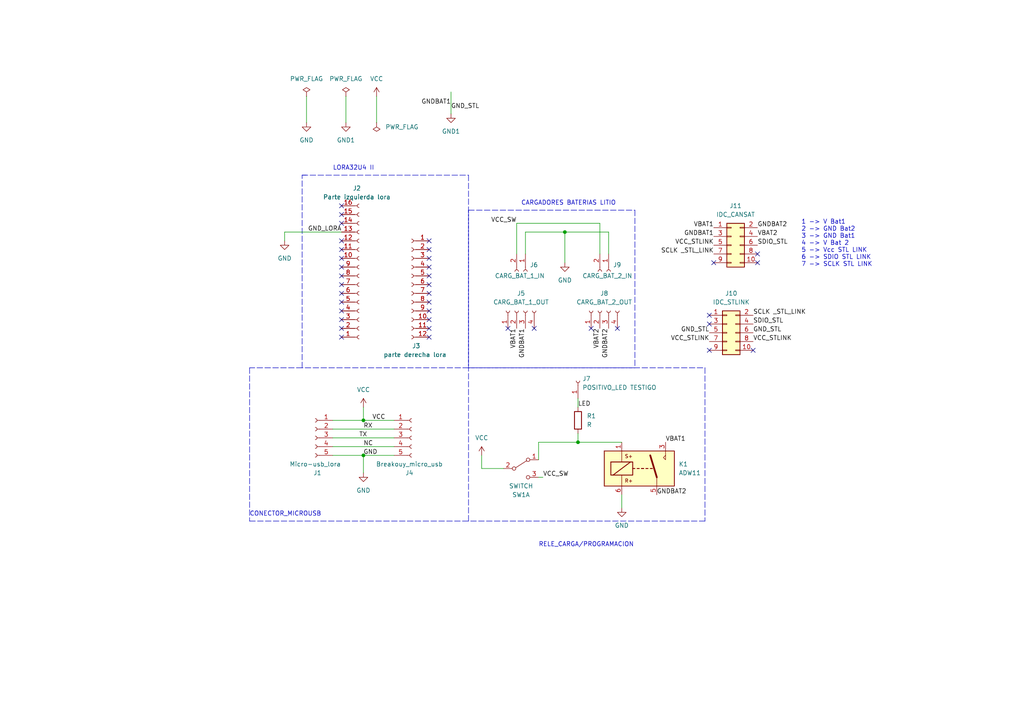
<source format=kicad_sch>
(kicad_sch (version 20211123) (generator eeschema)
  (paper "A4")
  (lib_symbols
    (symbol "Connector:Conn_01x01_Female" (pin_names (offset 1.016) hide)
      (property "Reference" "J" (at 0 2.54 0))
      (property "Value" "Conn_01x01_Female" (at 0 -2.54 0))
      (symbol "Conn_01x01_Female_1_1"
        (polyline (pts (xy -1.27 0) (xy -0.508 0)) (stroke (width 0.1524)))
        (arc (start 0 0.508) (mid -0.508 0) (end 0 -0.508) (stroke (width 0.1524)))
        (pin passive line (at -5.08 0 0) (length 3.81) (name "Pin_1") (number "1"))
      )
    )
    (symbol "Connector:Conn_01x02_Female" (pin_names (offset 1.016) hide)
      (property "Reference" "J" (at 0 2.54 0))
      (property "Value" "Conn_01x02_Female" (at 0 -5.08 0))
      (symbol "Conn_01x02_Female_1_1"
        (arc (start 0 -2.032) (mid -0.508 -2.54) (end 0 -3.048) (stroke (width 0.1524)))
        (polyline (pts (xy -1.27 -2.54) (xy -0.508 -2.54)) (stroke (width 0.1524)))
        (polyline (pts (xy -1.27 0) (xy -0.508 0)) (stroke (width 0.1524)))
        (arc (start 0 0.508) (mid -0.508 0) (end 0 -0.508) (stroke (width 0.1524)))
        (pin passive line (at -5.08 0 0) (length 3.81) (name "Pin_1") (number "1"))
        (pin passive line (at -5.08 -2.54 0) (length 3.81) (name "Pin_2") (number "2"))
      )
    )
    (symbol "Connector:Conn_01x04_Female" (pin_names (offset 1.016) hide)
      (property "Reference" "J" (at 0 5.08 0))
      (property "Value" "Conn_01x04_Female" (at 0 -7.62 0))
      (symbol "Conn_01x04_Female_1_1"
        (arc (start 0 -4.572) (mid -0.508 -5.08) (end 0 -5.588) (stroke (width 0.1524)))
        (arc (start 0 -2.032) (mid -0.508 -2.54) (end 0 -3.048) (stroke (width 0.1524)))
        (polyline (pts (xy -1.27 -5.08) (xy -0.508 -5.08)) (stroke (width 0.1524)))
        (polyline (pts (xy -1.27 -2.54) (xy -0.508 -2.54)) (stroke (width 0.1524)))
        (polyline (pts (xy -1.27 0) (xy -0.508 0)) (stroke (width 0.1524)))
        (polyline (pts (xy -1.27 2.54) (xy -0.508 2.54)) (stroke (width 0.1524)))
        (arc (start 0 0.508) (mid -0.508 0) (end 0 -0.508) (stroke (width 0.1524)))
        (arc (start 0 3.048) (mid -0.508 2.54) (end 0 2.032) (stroke (width 0.1524)))
        (pin passive line (at -5.08 2.54 0) (length 3.81) (name "Pin_1") (number "1"))
        (pin passive line (at -5.08 0 0) (length 3.81) (name "Pin_2") (number "2"))
        (pin passive line (at -5.08 -2.54 0) (length 3.81) (name "Pin_3") (number "3"))
        (pin passive line (at -5.08 -5.08 0) (length 3.81) (name "Pin_4") (number "4"))
      )
    )
    (symbol "Connector:Conn_01x05_Female" (pin_names (offset 1.016) hide)
      (property "Reference" "J" (at 0 7.62 0))
      (property "Value" "Conn_01x05_Female" (at 0 -7.62 0))
      (symbol "Conn_01x05_Female_1_1"
        (arc (start 0 -4.572) (mid -0.508 -5.08) (end 0 -5.588) (stroke (width 0.1524)))
        (arc (start 0 -2.032) (mid -0.508 -2.54) (end 0 -3.048) (stroke (width 0.1524)))
        (polyline (pts (xy -1.27 -5.08) (xy -0.508 -5.08)) (stroke (width 0.1524)))
        (polyline (pts (xy -1.27 -2.54) (xy -0.508 -2.54)) (stroke (width 0.1524)))
        (polyline (pts (xy -1.27 0) (xy -0.508 0)) (stroke (width 0.1524)))
        (polyline (pts (xy -1.27 2.54) (xy -0.508 2.54)) (stroke (width 0.1524)))
        (polyline (pts (xy -1.27 5.08) (xy -0.508 5.08)) (stroke (width 0.1524)))
        (arc (start 0 0.508) (mid -0.508 0) (end 0 -0.508) (stroke (width 0.1524)))
        (arc (start 0 3.048) (mid -0.508 2.54) (end 0 2.032) (stroke (width 0.1524)))
        (arc (start 0 5.588) (mid -0.508 5.08) (end 0 4.572) (stroke (width 0.1524)))
        (pin passive line (at -5.08 5.08 0) (length 3.81) (name "Pin_1") (number "1"))
        (pin passive line (at -5.08 2.54 0) (length 3.81) (name "Pin_2") (number "2"))
        (pin passive line (at -5.08 0 0) (length 3.81) (name "Pin_3") (number "3"))
        (pin passive line (at -5.08 -2.54 0) (length 3.81) (name "Pin_4") (number "4"))
        (pin passive line (at -5.08 -5.08 0) (length 3.81) (name "Pin_5") (number "5"))
      )
    )
    (symbol "Connector:Conn_01x12_Female" (pin_names (offset 1.016) hide)
      (property "Reference" "J" (at 0 15.24 0))
      (property "Value" "Conn_01x12_Female" (at 0 -17.78 0))
      (symbol "Conn_01x12_Female_1_1"
        (arc (start 0 -14.732) (mid -0.508 -15.24) (end 0 -15.748) (stroke (width 0.1524)))
        (arc (start 0 -12.192) (mid -0.508 -12.7) (end 0 -13.208) (stroke (width 0.1524)))
        (arc (start 0 -9.652) (mid -0.508 -10.16) (end 0 -10.668) (stroke (width 0.1524)))
        (arc (start 0 -7.112) (mid -0.508 -7.62) (end 0 -8.128) (stroke (width 0.1524)))
        (arc (start 0 -4.572) (mid -0.508 -5.08) (end 0 -5.588) (stroke (width 0.1524)))
        (arc (start 0 -2.032) (mid -0.508 -2.54) (end 0 -3.048) (stroke (width 0.1524)))
        (polyline (pts (xy -1.27 -15.24) (xy -0.508 -15.24)) (stroke (width 0.1524)))
        (polyline (pts (xy -1.27 -12.7) (xy -0.508 -12.7)) (stroke (width 0.1524)))
        (polyline (pts (xy -1.27 -10.16) (xy -0.508 -10.16)) (stroke (width 0.1524)))
        (polyline (pts (xy -1.27 -7.62) (xy -0.508 -7.62)) (stroke (width 0.1524)))
        (polyline (pts (xy -1.27 -5.08) (xy -0.508 -5.08)) (stroke (width 0.1524)))
        (polyline (pts (xy -1.27 -2.54) (xy -0.508 -2.54)) (stroke (width 0.1524)))
        (polyline (pts (xy -1.27 0) (xy -0.508 0)) (stroke (width 0.1524)))
        (polyline (pts (xy -1.27 2.54) (xy -0.508 2.54)) (stroke (width 0.1524)))
        (polyline (pts (xy -1.27 5.08) (xy -0.508 5.08)) (stroke (width 0.1524)))
        (polyline (pts (xy -1.27 7.62) (xy -0.508 7.62)) (stroke (width 0.1524)))
        (polyline (pts (xy -1.27 10.16) (xy -0.508 10.16)) (stroke (width 0.1524)))
        (polyline (pts (xy -1.27 12.7) (xy -0.508 12.7)) (stroke (width 0.1524)))
        (arc (start 0 0.508) (mid -0.508 0) (end 0 -0.508) (stroke (width 0.1524)))
        (arc (start 0 3.048) (mid -0.508 2.54) (end 0 2.032) (stroke (width 0.1524)))
        (arc (start 0 5.588) (mid -0.508 5.08) (end 0 4.572) (stroke (width 0.1524)))
        (arc (start 0 8.128) (mid -0.508 7.62) (end 0 7.112) (stroke (width 0.1524)))
        (arc (start 0 10.668) (mid -0.508 10.16) (end 0 9.652) (stroke (width 0.1524)))
        (arc (start 0 13.208) (mid -0.508 12.7) (end 0 12.192) (stroke (width 0.1524)))
        (pin passive line (at -5.08 12.7 0) (length 3.81) (name "Pin_1") (number "1"))
        (pin passive line (at -5.08 -10.16 0) (length 3.81) (name "Pin_10") (number "10"))
        (pin passive line (at -5.08 -12.7 0) (length 3.81) (name "Pin_11") (number "11"))
        (pin passive line (at -5.08 -15.24 0) (length 3.81) (name "Pin_12") (number "12"))
        (pin passive line (at -5.08 10.16 0) (length 3.81) (name "Pin_2") (number "2"))
        (pin passive line (at -5.08 7.62 0) (length 3.81) (name "Pin_3") (number "3"))
        (pin passive line (at -5.08 5.08 0) (length 3.81) (name "Pin_4") (number "4"))
        (pin passive line (at -5.08 2.54 0) (length 3.81) (name "Pin_5") (number "5"))
        (pin passive line (at -5.08 0 0) (length 3.81) (name "Pin_6") (number "6"))
        (pin passive line (at -5.08 -2.54 0) (length 3.81) (name "Pin_7") (number "7"))
        (pin passive line (at -5.08 -5.08 0) (length 3.81) (name "Pin_8") (number "8"))
        (pin passive line (at -5.08 -7.62 0) (length 3.81) (name "Pin_9") (number "9"))
      )
    )
    (symbol "Connector:Conn_01x16_Female" (pin_names (offset 1.016) hide)
      (property "Reference" "J" (at 0 20.32 0))
      (property "Value" "Conn_01x16_Female" (at 0 -22.86 0))
      (symbol "Conn_01x16_Female_1_1"
        (arc (start 0 -19.812) (mid -0.508 -20.32) (end 0 -20.828) (stroke (width 0.1524)))
        (arc (start 0 -17.272) (mid -0.508 -17.78) (end 0 -18.288) (stroke (width 0.1524)))
        (arc (start 0 -14.732) (mid -0.508 -15.24) (end 0 -15.748) (stroke (width 0.1524)))
        (arc (start 0 -12.192) (mid -0.508 -12.7) (end 0 -13.208) (stroke (width 0.1524)))
        (arc (start 0 -9.652) (mid -0.508 -10.16) (end 0 -10.668) (stroke (width 0.1524)))
        (arc (start 0 -7.112) (mid -0.508 -7.62) (end 0 -8.128) (stroke (width 0.1524)))
        (arc (start 0 -4.572) (mid -0.508 -5.08) (end 0 -5.588) (stroke (width 0.1524)))
        (arc (start 0 -2.032) (mid -0.508 -2.54) (end 0 -3.048) (stroke (width 0.1524)))
        (polyline (pts (xy -1.27 -20.32) (xy -0.508 -20.32)) (stroke (width 0.1524)))
        (polyline (pts (xy -1.27 -17.78) (xy -0.508 -17.78)) (stroke (width 0.1524)))
        (polyline (pts (xy -1.27 -15.24) (xy -0.508 -15.24)) (stroke (width 0.1524)))
        (polyline (pts (xy -1.27 -12.7) (xy -0.508 -12.7)) (stroke (width 0.1524)))
        (polyline (pts (xy -1.27 -10.16) (xy -0.508 -10.16)) (stroke (width 0.1524)))
        (polyline (pts (xy -1.27 -7.62) (xy -0.508 -7.62)) (stroke (width 0.1524)))
        (polyline (pts (xy -1.27 -5.08) (xy -0.508 -5.08)) (stroke (width 0.1524)))
        (polyline (pts (xy -1.27 -2.54) (xy -0.508 -2.54)) (stroke (width 0.1524)))
        (polyline (pts (xy -1.27 0) (xy -0.508 0)) (stroke (width 0.1524)))
        (polyline (pts (xy -1.27 2.54) (xy -0.508 2.54)) (stroke (width 0.1524)))
        (polyline (pts (xy -1.27 5.08) (xy -0.508 5.08)) (stroke (width 0.1524)))
        (polyline (pts (xy -1.27 7.62) (xy -0.508 7.62)) (stroke (width 0.1524)))
        (polyline (pts (xy -1.27 10.16) (xy -0.508 10.16)) (stroke (width 0.1524)))
        (polyline (pts (xy -1.27 12.7) (xy -0.508 12.7)) (stroke (width 0.1524)))
        (polyline (pts (xy -1.27 15.24) (xy -0.508 15.24)) (stroke (width 0.1524)))
        (polyline (pts (xy -1.27 17.78) (xy -0.508 17.78)) (stroke (width 0.1524)))
        (arc (start 0 0.508) (mid -0.508 0) (end 0 -0.508) (stroke (width 0.1524)))
        (arc (start 0 3.048) (mid -0.508 2.54) (end 0 2.032) (stroke (width 0.1524)))
        (arc (start 0 5.588) (mid -0.508 5.08) (end 0 4.572) (stroke (width 0.1524)))
        (arc (start 0 8.128) (mid -0.508 7.62) (end 0 7.112) (stroke (width 0.1524)))
        (arc (start 0 10.668) (mid -0.508 10.16) (end 0 9.652) (stroke (width 0.1524)))
        (arc (start 0 13.208) (mid -0.508 12.7) (end 0 12.192) (stroke (width 0.1524)))
        (arc (start 0 15.748) (mid -0.508 15.24) (end 0 14.732) (stroke (width 0.1524)))
        (arc (start 0 18.288) (mid -0.508 17.78) (end 0 17.272) (stroke (width 0.1524)))
        (pin passive line (at -5.08 17.78 0) (length 3.81) (name "Pin_1") (number "1"))
        (pin passive line (at -5.08 -5.08 0) (length 3.81) (name "Pin_10") (number "10"))
        (pin passive line (at -5.08 -7.62 0) (length 3.81) (name "Pin_11") (number "11"))
        (pin passive line (at -5.08 -10.16 0) (length 3.81) (name "Pin_12") (number "12"))
        (pin passive line (at -5.08 -12.7 0) (length 3.81) (name "Pin_13") (number "13"))
        (pin passive line (at -5.08 -15.24 0) (length 3.81) (name "Pin_14") (number "14"))
        (pin passive line (at -5.08 -17.78 0) (length 3.81) (name "Pin_15") (number "15"))
        (pin passive line (at -5.08 -20.32 0) (length 3.81) (name "Pin_16") (number "16"))
        (pin passive line (at -5.08 15.24 0) (length 3.81) (name "Pin_2") (number "2"))
        (pin passive line (at -5.08 12.7 0) (length 3.81) (name "Pin_3") (number "3"))
        (pin passive line (at -5.08 10.16 0) (length 3.81) (name "Pin_4") (number "4"))
        (pin passive line (at -5.08 7.62 0) (length 3.81) (name "Pin_5") (number "5"))
        (pin passive line (at -5.08 5.08 0) (length 3.81) (name "Pin_6") (number "6"))
        (pin passive line (at -5.08 2.54 0) (length 3.81) (name "Pin_7") (number "7"))
        (pin passive line (at -5.08 0 0) (length 3.81) (name "Pin_8") (number "8"))
        (pin passive line (at -5.08 -2.54 0) (length 3.81) (name "Pin_9") (number "9"))
      )
    )
    (symbol "Connector_Generic:Conn_02x05_Odd_Even" (pin_names (offset 1.016) hide)
      (property "Reference" "J" (at 1.27 7.62 0))
      (property "Value" "Conn_02x05_Odd_Even" (at 1.27 -7.62 0))
      (symbol "Conn_02x05_Odd_Even_1_1"
        (rectangle (start -1.27 -4.953) (end 0 -5.207) (stroke (width 0.1524)))
        (rectangle (start -1.27 -2.413) (end 0 -2.667) (stroke (width 0.1524)))
        (rectangle (start -1.27 0.127) (end 0 -0.127) (stroke (width 0.1524)))
        (rectangle (start -1.27 2.667) (end 0 2.413) (stroke (width 0.1524)))
        (rectangle (start -1.27 5.207) (end 0 4.953) (stroke (width 0.1524)))
        (rectangle (start -1.27 6.35) (end 3.81 -6.35) (stroke (width 0.254)) (fill (type background)))
        (rectangle (start 3.81 -4.953) (end 2.54 -5.207) (stroke (width 0.1524)))
        (rectangle (start 3.81 -2.413) (end 2.54 -2.667) (stroke (width 0.1524)))
        (rectangle (start 3.81 0.127) (end 2.54 -0.127) (stroke (width 0.1524)))
        (rectangle (start 3.81 2.667) (end 2.54 2.413) (stroke (width 0.1524)))
        (rectangle (start 3.81 5.207) (end 2.54 4.953) (stroke (width 0.1524)))
        (pin passive line (at -5.08 5.08 0) (length 3.81) (name "Pin_1") (number "1"))
        (pin passive line (at 7.62 -5.08 180) (length 3.81) (name "Pin_10") (number "10"))
        (pin passive line (at 7.62 5.08 180) (length 3.81) (name "Pin_2") (number "2"))
        (pin passive line (at -5.08 2.54 0) (length 3.81) (name "Pin_3") (number "3"))
        (pin passive line (at 7.62 2.54 180) (length 3.81) (name "Pin_4") (number "4"))
        (pin passive line (at -5.08 0 0) (length 3.81) (name "Pin_5") (number "5"))
        (pin passive line (at 7.62 0 180) (length 3.81) (name "Pin_6") (number "6"))
        (pin passive line (at -5.08 -2.54 0) (length 3.81) (name "Pin_7") (number "7"))
        (pin passive line (at 7.62 -2.54 180) (length 3.81) (name "Pin_8") (number "8"))
        (pin passive line (at -5.08 -5.08 0) (length 3.81) (name "Pin_9") (number "9"))
      )
    )
    (symbol "Device:R" (pin_numbers hide) (pin_names (offset 0))
      (property "Reference" "R" (at 2.032 0 90))
      (property "Value" "R" (at 0 0 90))
      (symbol "R_0_1"
        (rectangle (start -1.016 -2.54) (end 1.016 2.54) (stroke (width 0.254)))
      )
      (symbol "R_1_1"
        (pin passive line (at 0 3.81 270) (length 1.27) (name "~") (number "1"))
        (pin passive line (at 0 -3.81 90) (length 1.27) (name "~") (number "2"))
      )
    )
    (symbol "Relay:ADW11"
      (property "Reference" "K" (at 11.43 3.81 0))
      (property "Value" "ADW11" (at 13.97 1.27 0))
      (symbol "ADW11_1_1"
        (rectangle (start -10.16 5.08) (end 10.16 -5.08) (stroke (width 0.254)) (fill (type background)))
        (rectangle (start -8.255 1.905) (end -1.905 -1.905) (stroke (width 0.254)))
        (polyline (pts (xy -7.62 -1.905) (xy -2.54 1.905)) (stroke (width 0.254)))
        (polyline (pts (xy -5.08 -5.08) (xy -5.08 -1.905)))
        (polyline (pts (xy -5.08 5.08) (xy -5.08 1.905)))
        (polyline (pts (xy -1.905 0) (xy -1.27 0)) (stroke (width 0.254)))
        (polyline (pts (xy -0.635 0) (xy 0 0)) (stroke (width 0.254)))
        (polyline (pts (xy 0.635 0) (xy 1.27 0)) (stroke (width 0.254)))
        (polyline (pts (xy 0.635 0) (xy 1.27 0)) (stroke (width 0.254)))
        (polyline (pts (xy 1.905 0) (xy 2.54 0)) (stroke (width 0.254)))
        (polyline (pts (xy 3.175 0) (xy 3.81 0)) (stroke (width 0.254)))
        (polyline (pts (xy 5.08 -2.54) (xy 3.175 3.81)) (stroke (width 0.508)))
        (polyline (pts (xy 5.08 -2.54) (xy 5.08 -5.08)))
        (polyline (pts (xy 7.62 3.81) (xy 7.62 5.08)))
        (polyline (pts (xy 7.62 3.81) (xy 7.62 2.54) (xy 6.985 3.175) (xy 7.62 3.81)))
        (text "R+" (at -3.048 -3.556 0) (effects (font (size 1.016 1.016))))
        (text "S+" (at -3.048 3.556 0) (effects (font (size 1.016 1.016))))
        (pin passive line (at -5.08 7.62 270) (length 2.54) (name "~") (number "1"))
        (pin passive line (at 7.62 7.62 270) (length 2.54) (name "~") (number "3"))
        (pin passive line (at 5.08 -7.62 90) (length 2.54) (name "~") (number "5"))
        (pin passive line (at -5.08 -7.62 90) (length 2.54) (name "~") (number "6"))
      )
    )
    (symbol "Switch:SW_DPDT_x2" (pin_names (offset 0) hide)
      (property "Reference" "SW" (at 0 4.318 0))
      (property "Value" "SW_DPDT_x2" (at 0 -5.08 0))
      (symbol "SW_DPDT_x2_0_0"
        (circle (center -2.032 0) (radius 0.508))
        (circle (center 2.032 -2.54) (radius 0.508))
      )
      (symbol "SW_DPDT_x2_0_1"
        (polyline (pts (xy -1.524 0.254) (xy 1.651 2.286)))
        (circle (center 2.032 2.54) (radius 0.508))
      )
      (symbol "SW_DPDT_x2_1_1"
        (pin passive line (at 5.08 2.54 180) (length 2.54) (name "A") (number "1"))
        (pin passive line (at -5.08 0 0) (length 2.54) (name "B") (number "2"))
        (pin passive line (at 5.08 -2.54 180) (length 2.54) (name "C") (number "3"))
      )
      (symbol "SW_DPDT_x2_2_1"
        (pin passive line (at 5.08 2.54 180) (length 2.54) (name "A") (number "4"))
        (pin passive line (at -5.08 0 0) (length 2.54) (name "B") (number "5"))
        (pin passive line (at 5.08 -2.54 180) (length 2.54) (name "C") (number "6"))
      )
    )
    (symbol "power:GND" (power) (pin_names (offset 0))
      (property "Value" "GND" (at 0 -3.81 0))
      (symbol "GND_0_1"
        (polyline (pts (xy 0 0) (xy 0 -1.27) (xy 1.27 -1.27) (xy 0 -2.54) (xy -1.27 -1.27) (xy 0 -1.27)))
      )
      (symbol "GND_1_1"
        (pin power_in line (at 0 0 270) (length 0) hide (name "GND") (number "1"))
      )
    )
    (symbol "power:GND1" (power) (pin_names (offset 0))
      (property "Value" "GND1" (at 0 -3.81 0))
      (symbol "GND1_0_1"
        (polyline (pts (xy 0 0) (xy 0 -1.27) (xy 1.27 -1.27) (xy 0 -2.54) (xy -1.27 -1.27) (xy 0 -1.27)))
      )
      (symbol "GND1_1_1"
        (pin power_in line (at 0 0 270) (length 0) hide (name "GND1") (number "1"))
      )
    )
    (symbol "power:PWR_FLAG" (power) (pin_numbers hide) (pin_names (offset 0) hide)
      (property "Value" "PWR_FLAG" (at 0 3.81 0))
      (symbol "PWR_FLAG_0_0"
        (pin power_out line (at 0 0 90) (length 0) (name "pwr") (number "1"))
      )
      (symbol "PWR_FLAG_0_1"
        (polyline (pts (xy 0 0) (xy 0 1.27) (xy -1.016 1.905) (xy 0 2.54) (xy 1.016 1.905) (xy 0 1.27)))
      )
    )
    (symbol "power:VCC" (power) (pin_names (offset 0))
      (property "Value" "VCC" (at 0 3.81 0))
      (symbol "VCC_0_1"
        (polyline (pts (xy -0.762 1.27) (xy 0 2.54)))
        (polyline (pts (xy 0 0) (xy 0 2.54)))
        (polyline (pts (xy 0 2.54) (xy 0.762 1.27)))
      )
      (symbol "VCC_1_1"
        (pin power_in line (at 0 0 90) (length 0) hide (name "VCC") (number "1"))
      )
    )
  )
  (junction (at 105.41 132.08))
  (junction (at 163.83 67.31))
  (junction (at 105.41 121.92))
  (junction (at 167.64 128.27))
  (no_connect (at 207.01 76.2))
  (no_connect (at 219.71 76.2))
  (no_connect (at 219.71 73.66))
  (no_connect (at 205.74 101.6))
  (no_connect (at 205.74 91.44))
  (no_connect (at 205.74 93.98))
  (no_connect (at 218.44 101.6))
  (no_connect (at 99.06 59.69))
  (no_connect (at 99.06 62.23))
  (no_connect (at 99.06 97.79))
  (no_connect (at 99.06 64.77))
  (no_connect (at 99.06 69.85))
  (no_connect (at 99.06 72.39))
  (no_connect (at 99.06 74.93))
  (no_connect (at 99.06 77.47))
  (no_connect (at 99.06 80.01))
  (no_connect (at 99.06 82.55))
  (no_connect (at 99.06 85.09))
  (no_connect (at 99.06 87.63))
  (no_connect (at 99.06 90.17))
  (no_connect (at 99.06 92.71))
  (no_connect (at 99.06 95.25))
  (no_connect (at 124.46 97.79))
  (no_connect (at 124.46 95.25))
  (no_connect (at 124.46 92.71))
  (no_connect (at 124.46 90.17))
  (no_connect (at 124.46 87.63))
  (no_connect (at 124.46 85.09))
  (no_connect (at 124.46 82.55))
  (no_connect (at 124.46 80.01))
  (no_connect (at 124.46 77.47))
  (no_connect (at 124.46 74.93))
  (no_connect (at 124.46 72.39))
  (no_connect (at 124.46 69.85))
  (no_connect (at 179.07 95.25))
  (no_connect (at 171.45 95.25))
  (no_connect (at 154.94 95.25))
  (no_connect (at 147.32 95.25))
  (polyline (pts (xy 87.63 106.68) (xy 72.39 106.68)))
  (wire (pts (xy 167.64 128.27) (xy 180.34 128.27)))
  (wire (pts (xy 173.99 64.77) (xy 149.86 64.77)))
  (wire (pts (xy 109.22 27.94) (xy 109.22 35.56)))
  (wire (pts (xy 96.52 129.54) (xy 114.3 129.54)))
  (polyline (pts (xy 184.15 106.68) (xy 135.89 106.68)))
  (wire (pts (xy 152.4 67.31) (xy 163.83 67.31)))
  (polyline (pts (xy 72.39 151.13) (xy 135.89 151.13)))
  (wire (pts (xy 163.83 67.31) (xy 176.53 67.31)))
  (wire (pts (xy 156.21 138.43) (xy 157.48 138.43)))
  (wire (pts (xy 156.21 128.27) (xy 156.21 133.35)))
  (wire (pts (xy 173.99 73.66) (xy 173.99 64.77)))
  (wire (pts (xy 176.53 67.31) (xy 176.53 73.66)))
  (wire (pts (xy 139.7 135.89) (xy 146.05 135.89)))
  (wire (pts (xy 88.9 27.94) (xy 88.9 35.56)))
  (wire (pts (xy 149.86 64.77) (xy 149.86 73.66)))
  (wire (pts (xy 156.21 128.27) (xy 167.64 128.27)))
  (wire (pts (xy 139.7 132.08) (xy 139.7 135.89)))
  (wire (pts (xy 105.41 121.92) (xy 105.41 118.11)))
  (polyline (pts (xy 87.63 50.8) (xy 135.89 50.8)))
  (polyline (pts (xy 135.89 151.13) (xy 135.89 106.68)))
  (wire (pts (xy 96.52 127) (xy 114.3 127)))
  (wire (pts (xy 152.4 73.66) (xy 152.4 67.31)))
  (polyline (pts (xy 135.89 60.96) (xy 184.15 60.96)))
  (wire (pts (xy 96.52 132.08) (xy 105.41 132.08)))
  (wire (pts (xy 105.41 121.92) (xy 114.3 121.92)))
  (wire (pts (xy 167.64 125.73) (xy 167.64 128.27)))
  (wire (pts (xy 96.52 121.92) (xy 105.41 121.92)))
  (wire (pts (xy 99.06 67.31) (xy 82.55 67.31)))
  (polyline (pts (xy 204.47 106.68) (xy 204.47 151.13)))
  (polyline (pts (xy 87.63 106.68) (xy 87.63 50.8)))
  (polyline (pts (xy 87.63 50.8) (xy 88.9 50.8)))
  (wire (pts (xy 105.41 132.08) (xy 105.41 137.16)))
  (polyline (pts (xy 204.47 151.13) (xy 135.89 151.13)))
  (polyline (pts (xy 135.89 106.68) (xy 87.63 106.68)))
  (wire (pts (xy 105.41 132.08) (xy 114.3 132.08)))
  (polyline (pts (xy 135.89 106.68) (xy 204.47 106.68)))
  (wire (pts (xy 82.55 67.31) (xy 82.55 69.85)))
  (wire (pts (xy 163.83 67.31) (xy 163.83 76.2)))
  (wire (pts (xy 167.64 115.57) (xy 167.64 118.11)))
  (polyline (pts (xy 135.89 60.96) (xy 135.89 106.68)))
  (polyline (pts (xy 184.15 60.96) (xy 184.15 106.68)))
  (wire (pts (xy 180.34 143.51) (xy 180.34 147.32)))
  (wire (pts (xy 96.52 124.46) (xy 114.3 124.46)))
  (polyline (pts (xy 72.39 106.68) (xy 72.39 151.13)))
  (polyline (pts (xy 135.89 50.8) (xy 135.89 106.68)))
  (wire (pts (xy 100.33 27.94) (xy 100.33 35.56)))
  (wire (pts (xy 130.81 26.67) (xy 130.81 33.02)))
  (text "RELE_CARGA/PROGRAMACION\n" (at 156.21 158.75 0) (effects (font (size 1.27 1.27)) (justify left bottom)))
  (text "CARGADORES BATERIAS LITIO\n" (at 151.13 59.69 0) (effects (font (size 1.27 1.27)) (justify left bottom)))
  (text "1 -> V Bat1\n2 -> GND Bat2\n3 -> GND Bat1\n4 -> V Bat 2\n5 -> Vcc STL LINK\n6 -> SDIO STL LINK\n7 -> SCLK STL LINK\n" (at 232.41 77.47 0) (effects (font (size 1.27 1.27)) (justify left bottom)))
  (text "LORA32U4 II\n" (at 96.52 49.53 0) (effects (font (size 1.27 1.27)) (justify left bottom)))
  (text "CONECTOR_MICROUSB" (at 72.39 149.86 0) (effects (font (size 1.27 1.27)) (justify left bottom)))
  (label "VBAT1" (at 193.04 128.27 0))
  (label "SDIO_STL" (at 219.71 71.12 0))
  (label "GNDBAT2" (at 190.5 143.51 0))
  (label "SDIO_STL" (at 218.44 93.98 0))
  (label "VCC_STLINK" (at 207.01 71.12 180))
  (label "VCC_STLINK" (at 205.74 99.06 180))
  (label "VCC" (at 107.95 121.92 0))
  (label "VCC_STLINK" (at 218.44 99.06 0))
  (label "RX" (at 105.41 124.46 0))
  (label "SCLK _STL_LINK" (at 207.01 73.66 180))
  (label "GND_STL" (at 130.81 31.75 0))
  (label "GNDBAT2" (at 176.53 95.25 270))
  (label "GNDBAT1" (at 207.01 68.58 180))
  (label "VBAT1" (at 149.86 95.25 270))
  (label "VCC_SW" (at 157.48 138.43 0))
  (label "GNDBAT1" (at 130.81 30.48 180))
  (label "VBAT2" (at 173.99 95.25 270))
  (label "GNDBAT1" (at 152.4 95.25 270))
  (label "VBAT1" (at 207.01 66.04 180))
  (label "GND_STL" (at 218.44 96.52 0))
  (label "GND_STL" (at 205.74 96.52 180))
  (label "NC" (at 105.41 129.54 0))
  (label "VCC_SW" (at 149.86 64.77 180))
  (label "SCLK _STL_LINK" (at 218.44 91.44 0))
  (label "GNDBAT2" (at 219.71 66.04 0))
  (label "TX" (at 104.14 127 0))
  (label "GND" (at 105.41 132.08 0))
  (label "LED" (at 167.64 118.11 0))
  (label "GND_LORA" (at 99.06 67.31 180))
  (label "VBAT2" (at 219.71 68.58 0))
  (symbol (lib_id "Connector:Conn_01x12_Female") (at 119.38 82.55 0) (mirror y) (unit 1)
    (property "Reference" "J3" (at 121.92 100.33 0) (effects (justify left)))
    (property "Value" "parte derecha lora" (at 129.54 102.87 0) (effects (justify left)))
    (property "Footprint" "Connector_PinSocket_2.54mm:PinSocket_1x12_P2.54mm_Vertical" (effects hide))
  )
  (symbol (lib_id "power:VCC") (at 139.7 132.08 0) (unit 1)
    (property "Reference" "#PWR08" (effects hide))
    (property "Value" "VCC" (at 139.7 127 0))
  )
  (symbol (lib_id "Connector:Conn_01x02_Female") (at 176.53 78.74 270) (unit 1)
    (property "Reference" "J9" (at 177.8 76.8349 90) (effects (justify left)))
    (property "Value" "CARG_BAT_2_IN" (at 168.91 80.01 90) (effects (justify left)))
  )
  (symbol (lib_id "power:GND1") (at 100.33 35.56 0) (unit 1)
    (property "Reference" "#PWR03" (effects hide))
    (property "Value" "GND1" (at 100.33 40.64 0))
  )
  (symbol (lib_id "Connector_Generic:Conn_02x05_Odd_Even") (at 212.09 71.12 0) (unit 1)
    (property "Reference" "J11" (at 213.36 59.69 0))
    (property "Value" "IDC_CANSAT" (at 213.36 62.23 0))
    (property "Footprint" "Connector_IDC:IDC-Header_2x05_P2.54mm_Vertical" (effects hide))
  )
  (symbol (lib_id "power:GND") (at 105.41 137.16 0) (unit 1)
    (property "Reference" "#PWR05" (effects hide))
    (property "Value" "GND" (at 105.41 142.24 0))
  )
  (symbol (lib_id "Connector:Conn_01x05_Female") (at 91.44 127 0) (mirror y) (unit 1)
    (property "Reference" "J1" (at 92.075 137.16 0))
    (property "Value" "Micro-usb_lora" (at 91.44 134.62 0))
    (property "Footprint" "Connector_PinSocket_2.00mm:PinSocket_1x05_P2.00mm_Vertical" (effects hide))
  )
  (symbol (lib_id "power:PWR_FLAG") (at 100.33 27.94 0) (unit 1)
    (property "Reference" "#FLG02" (effects hide))
    (property "Value" "PWR_FLAG" (at 100.33 22.86 0))
  )
  (symbol (lib_id "power:PWR_FLAG") (at 88.9 27.94 0) (unit 1)
    (property "Reference" "#FLG01" (effects hide))
    (property "Value" "PWR_FLAG" (at 88.9 22.86 0))
  )
  (symbol (lib_id "Device:R") (at 167.64 121.92 0) (unit 1)
    (property "Reference" "R1" (at 170.18 120.6499 0) (effects (justify left)))
    (property "Value" "R" (at 170.18 123.1899 0) (effects (justify left)))
    (property "Footprint" "Resistor_THT:R_Axial_DIN0207_L6.3mm_D2.5mm_P10.16mm_Horizontal" (effects hide))
  )
  (symbol (lib_id "Connector:Conn_01x04_Female") (at 173.99 90.17 90) (unit 1)
    (property "Reference" "J8" (at 175.26 85.09 90))
    (property "Value" "CARG_BAT_2_OUT" (at 175.26 87.63 90))
  )
  (symbol (lib_id "Switch:SW_DPDT_x2") (at 151.13 135.89 0) (unit 1)
    (property "Reference" "SW1" (at 151.13 143.51 0))
    (property "Value" "SWITCH" (at 151.13 140.97 0))
    (property "Footprint" "Connector_PinHeader_2.54mm:PinHeader_1x03_P2.54mm_Vertical" (effects hide))
  )
  (symbol (lib_id "Connector:Conn_01x04_Female") (at 149.86 90.17 90) (unit 1)
    (property "Reference" "J5" (at 151.13 85.09 90))
    (property "Value" "CARG_BAT_1_OUT" (at 151.13 87.63 90))
  )
  (symbol (lib_id "power:PWR_FLAG") (at 109.22 35.56 180) (unit 1)
    (property "Reference" "#FLG03" (effects hide))
    (property "Value" "PWR_FLAG" (at 111.76 36.8299 0) (effects (justify right)))
  )
  (symbol (lib_id "power:VCC") (at 105.41 118.11 0) (unit 1)
    (property "Reference" "#PWR04" (effects hide))
    (property "Value" "VCC" (at 105.41 113.03 0))
  )
  (symbol (lib_id "power:VCC") (at 109.22 27.94 0) (unit 1)
    (property "Reference" "#PWR06" (effects hide))
    (property "Value" "VCC" (at 109.22 22.86 0))
  )
  (symbol (lib_id "Connector:Conn_01x05_Female") (at 119.38 127 0) (unit 1)
    (property "Reference" "J4" (at 118.745 137.16 0))
    (property "Value" "Breakouy_micro_usb" (at 118.745 134.62 0))
    (property "Footprint" "Connector_PinSocket_2.54mm:PinSocket_1x05_P2.54mm_Vertical" (effects hide))
  )
  (symbol (lib_id "power:GND") (at 82.55 69.85 0) (unit 1)
    (property "Reference" "#PWR01" (effects hide))
    (property "Value" "GND" (at 82.55 74.93 0))
  )
  (symbol (lib_id "Relay:ADW11") (at 185.42 135.89 0) (unit 1)
    (property "Reference" "K1" (at 196.85 134.6199 0) (effects (justify left)))
    (property "Value" "ADW11" (at 196.85 137.1599 0) (effects (justify left)))
    (property "Footprint" "Relay_THT:Relay_1P1T_NO_10x24x18.8mm_Panasonic_ADW11xxxxW_THT" (effects hide))
    (property "Datasheet" "https://www.panasonic-electric-works.com/pew/es/downloads/ds_dw_hl_en.pdf" (effects hide))
  )
  (symbol (lib_id "Connector_Generic:Conn_02x05_Odd_Even") (at 210.82 96.52 0) (unit 1)
    (property "Reference" "J10" (at 212.09 85.09 0))
    (property "Value" "IDC_STLINK" (at 212.09 87.63 0))
    (property "Footprint" "Connector_IDC:IDC-Header_2x05_P2.54mm_Horizontal" (effects hide))
  )
  (symbol (lib_id "power:GND1") (at 130.81 33.02 0) (unit 1)
    (property "Reference" "#PWR07" (effects hide))
    (property "Value" "GND1" (at 130.81 38.1 0))
  )
  (symbol (lib_id "power:GND") (at 88.9 35.56 0) (unit 1)
    (property "Reference" "#PWR02" (effects hide))
    (property "Value" "GND" (at 88.9 40.64 0))
  )
  (symbol (lib_id "Connector:Conn_01x01_Female") (at 167.64 110.49 90) (unit 1)
    (property "Reference" "J7" (at 168.91 109.8549 90) (effects (justify right)))
    (property "Value" "POSITIVO_LED TESTIGO" (at 168.91 112.3949 90) (effects (justify right)))
    (property "Footprint" "Connector_Pin:Pin_D0.9mm_L10.0mm_W2.4mm_FlatFork" (effects hide))
  )
  (symbol (lib_id "Connector:Conn_01x16_Female") (at 104.14 80.01 0) (mirror x) (unit 1)
    (property "Reference" "J2" (at 103.505 54.61 0))
    (property "Value" "Parte izquierda lora" (at 103.505 57.15 0))
    (property "Footprint" "Connector_PinSocket_2.54mm:PinSocket_1x16_P2.54mm_Vertical" (effects hide))
  )
  (symbol (lib_id "Connector:Conn_01x02_Female") (at 152.4 78.74 270) (unit 1)
    (property "Reference" "J6" (at 153.67 76.8349 90) (effects (justify left)))
    (property "Value" "CARG_BAT_1_IN" (at 143.51 80.01 90) (effects (justify left)))
  )
  (symbol (lib_id "power:GND") (at 163.83 76.2 0) (unit 1)
    (property "Reference" "#PWR09" (effects hide))
    (property "Value" "GND" (at 163.83 81.28 0))
  )
  (symbol (lib_id "power:GND") (at 180.34 147.32 0) (unit 1)
    (property "Reference" "#PWR010" (effects hide))
    (property "Value" "GND" (at 180.34 152.4 0))
  )
)
</source>
